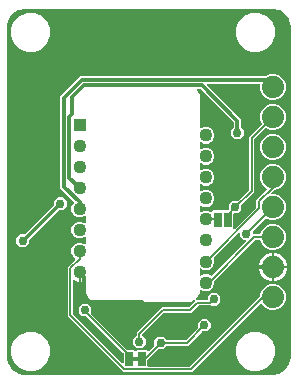
<source format=gbr>
From 7fb8215a1e2a72e235aa8f3d0580ebdae611a5b2 Mon Sep 17 00:00:00 2001
From: jaseg <git@jaseg.de>
Date: Sat, 21 Dec 2024 17:32:16 +0100
Subject: Add recent fusion-360 files as test resource

---
 .../tests/resources/fusion360/copper_bottom.gbr    | 1092 ++++++++++++++++++++
 1 file changed, 1092 insertions(+)
 create mode 100644 gerbonara/tests/resources/fusion360/copper_bottom.gbr

(limited to 'gerbonara/tests/resources/fusion360/copper_bottom.gbr')

diff --git a/gerbonara/tests/resources/fusion360/copper_bottom.gbr b/gerbonara/tests/resources/fusion360/copper_bottom.gbr
new file mode 100644
index 0000000..2231459
--- /dev/null
+++ b/gerbonara/tests/resources/fusion360/copper_bottom.gbr
@@ -0,0 +1,1092 @@
+G04 EAGLE Gerber RS-274X export*
+G75*
+%MOMM*%
+%FSLAX34Y34*%
+%LPD*%
+%INBottom Copper*%
+%IPPOS*%
+%AMOC8*
+5,1,8,0,0,1.08239X$1,22.5*%
+G01*
+G04 Define Apertures*
+%ADD10C,1.879600*%
+%ADD11R,1.108000X1.108000*%
+%ADD12C,1.108000*%
+%ADD13R,0.660400X1.270000*%
+%ADD14R,0.635000X1.270000*%
+%ADD15C,0.756400*%
+%ADD16C,0.304800*%
+%ADD17C,0.152400*%
+G36*
+X110149Y-154985D02*
+X110000Y-155000D01*
+X-100000Y-155000D01*
+X-100149Y-154985D01*
+X-105597Y-153902D01*
+X-105872Y-153788D01*
+X-110491Y-150701D01*
+X-110701Y-150491D01*
+X-113788Y-145872D01*
+X-113902Y-145597D01*
+X-114985Y-140149D01*
+X-115000Y-140000D01*
+X-115000Y140000D01*
+X-114985Y140149D01*
+X-113902Y145597D01*
+X-113788Y145872D01*
+X-110701Y150491D01*
+X-110491Y150701D01*
+X-105872Y153788D01*
+X-105597Y153902D01*
+X-100149Y154985D01*
+X-100000Y155000D01*
+X110000Y155000D01*
+X110149Y154985D01*
+X115597Y153902D01*
+X115872Y153788D01*
+X120491Y150701D01*
+X120701Y150491D01*
+X123788Y145872D01*
+X123902Y145597D01*
+X124985Y140149D01*
+X125000Y140000D01*
+X125000Y-140000D01*
+X124985Y-140149D01*
+X123902Y-145597D01*
+X123788Y-145872D01*
+X120701Y-150491D01*
+X120491Y-150701D01*
+X115872Y-153788D01*
+X115597Y-153902D01*
+X110149Y-154985D01*
+G37*
+%LPC*%
+G36*
+X91718Y118500D02*
+X98282Y118500D01*
+X104347Y121012D01*
+X108988Y125654D01*
+X111500Y131718D01*
+X111500Y138282D01*
+X108988Y144347D01*
+X104347Y148988D01*
+X98282Y151500D01*
+X91718Y151500D01*
+X85654Y148988D01*
+X81012Y144347D01*
+X78500Y138282D01*
+X78500Y131718D01*
+X81012Y125654D01*
+X85654Y121012D01*
+X91718Y118500D01*
+G37*
+G36*
+X-98282Y118500D02*
+X-91718Y118500D01*
+X-85654Y121012D01*
+X-81012Y125654D01*
+X-78500Y131718D01*
+X-78500Y138282D01*
+X-81012Y144347D01*
+X-85654Y148988D01*
+X-91718Y151500D01*
+X-98282Y151500D01*
+X-104347Y148988D01*
+X-108988Y144347D01*
+X-111500Y138282D01*
+X-111500Y131718D01*
+X-108988Y125654D01*
+X-104347Y121012D01*
+X-98282Y118500D01*
+G37*
+G36*
+X-16703Y-152572D02*
+X41661Y-152572D01*
+X99396Y-94837D01*
+X99621Y-94682D01*
+X99916Y-94614D01*
+X100215Y-94667D01*
+X100469Y-94833D01*
+X100639Y-95084D01*
+X100741Y-95331D01*
+X103813Y-98404D01*
+X107827Y-100066D01*
+X112173Y-100066D01*
+X116187Y-98404D01*
+X119259Y-95331D01*
+X120922Y-91317D01*
+X120922Y-86972D01*
+X119259Y-82958D01*
+X116187Y-79885D01*
+X112173Y-78222D01*
+X107827Y-78222D01*
+X103813Y-79885D01*
+X100741Y-82958D01*
+X99078Y-86972D01*
+X99078Y-88373D01*
+X99022Y-88659D01*
+X98855Y-88912D01*
+X39990Y-147777D01*
+X39749Y-147940D01*
+X39451Y-148000D01*
+X4495Y-148000D01*
+X4220Y-147949D01*
+X3965Y-147785D01*
+X3793Y-147535D01*
+X3733Y-147238D01*
+X3733Y-142816D01*
+X3789Y-142530D01*
+X3956Y-142277D01*
+X12704Y-133529D01*
+X12945Y-133366D01*
+X13243Y-133306D01*
+X17198Y-133306D01*
+X19995Y-130509D01*
+X20236Y-130346D01*
+X20533Y-130286D01*
+X37947Y-130286D01*
+X49704Y-118529D01*
+X49945Y-118366D01*
+X50243Y-118306D01*
+X54198Y-118306D01*
+X57306Y-115198D01*
+X57306Y-110802D01*
+X54198Y-107694D01*
+X49802Y-107694D01*
+X46694Y-110802D01*
+X46694Y-114757D01*
+X46638Y-115043D01*
+X46471Y-115296D01*
+X36276Y-125491D01*
+X36035Y-125654D01*
+X35737Y-125714D01*
+X20533Y-125714D01*
+X20247Y-125658D01*
+X19995Y-125491D01*
+X17198Y-122694D01*
+X12802Y-122694D01*
+X9694Y-125802D01*
+X9694Y-129757D01*
+X9638Y-130043D01*
+X9471Y-130296D01*
+X4955Y-134813D01*
+X4724Y-134971D01*
+X4428Y-135036D01*
+X4130Y-134980D01*
+X3877Y-134813D01*
+X2840Y-133776D01*
+X-5026Y-133776D01*
+X-5761Y-134511D01*
+X-5992Y-134669D01*
+X-6288Y-134734D01*
+X-6586Y-134678D01*
+X-6839Y-134511D01*
+X-7574Y-133776D01*
+X-12675Y-133776D01*
+X-12961Y-133720D01*
+X-13214Y-133553D01*
+X-43593Y-103174D01*
+X-43751Y-102944D01*
+X-43816Y-102648D01*
+X-43796Y-102539D01*
+X-43796Y-97904D01*
+X-46904Y-94796D01*
+X-51300Y-94796D01*
+X-54408Y-97904D01*
+X-54408Y-102300D01*
+X-51300Y-105408D01*
+X-48141Y-105408D01*
+X-47855Y-105463D01*
+X-47602Y-105631D01*
+X-16556Y-136677D01*
+X-16393Y-136918D01*
+X-16333Y-137216D01*
+X-16333Y-144636D01*
+X-16380Y-144900D01*
+X-16539Y-145158D01*
+X-16787Y-145333D01*
+X-17083Y-145398D01*
+X-17381Y-145343D01*
+X-17634Y-145175D01*
+X-58911Y-103898D01*
+X-59074Y-103657D01*
+X-59134Y-103359D01*
+X-59134Y-75549D01*
+X-59085Y-75280D01*
+X-58924Y-75024D01*
+X-58675Y-74850D01*
+X-58378Y-74787D01*
+X-58080Y-74845D01*
+X-55201Y-76038D01*
+X-54356Y-76038D01*
+X-54356Y-67196D01*
+X-52832Y-67196D01*
+X-52832Y-76038D01*
+X-51987Y-76038D01*
+X-49234Y-74898D01*
+X-48966Y-74840D01*
+X-48667Y-74891D01*
+X-48412Y-75054D01*
+X-48240Y-75304D01*
+X-48180Y-75602D01*
+X-48180Y-85759D01*
+X-45479Y-90437D01*
+X-40801Y-93138D01*
+X40547Y-93138D01*
+X42827Y-91822D01*
+X43171Y-91720D01*
+X43471Y-91767D01*
+X43729Y-91926D01*
+X43905Y-92173D01*
+X43970Y-92469D01*
+X43914Y-92768D01*
+X43747Y-93020D01*
+X39276Y-97491D01*
+X39035Y-97654D01*
+X38737Y-97714D01*
+X16053Y-97714D01*
+X-5286Y-119053D01*
+X-5286Y-121273D01*
+X-5342Y-121559D01*
+X-5509Y-121811D01*
+X-8306Y-124608D01*
+X-8306Y-129004D01*
+X-5198Y-132112D01*
+X-802Y-132112D01*
+X2306Y-129004D01*
+X2306Y-124608D01*
+X-491Y-121811D01*
+X-654Y-121570D01*
+X-714Y-121273D01*
+X-714Y-121263D01*
+X-658Y-120977D01*
+X-491Y-120724D01*
+X17724Y-102509D01*
+X17965Y-102346D01*
+X18263Y-102286D01*
+X40947Y-102286D01*
+X46824Y-96409D01*
+X47065Y-96246D01*
+X47363Y-96186D01*
+X57604Y-96186D01*
+X57890Y-96242D01*
+X57982Y-96302D01*
+X62432Y-96302D01*
+X65540Y-93194D01*
+X65540Y-88798D01*
+X62432Y-85690D01*
+X58036Y-85690D01*
+X54928Y-88798D01*
+X54928Y-90852D01*
+X54877Y-91127D01*
+X54713Y-91382D01*
+X54463Y-91554D01*
+X54166Y-91614D01*
+X45865Y-91614D01*
+X45506Y-91524D01*
+X45272Y-91330D01*
+X45133Y-91061D01*
+X45109Y-90759D01*
+X45206Y-90471D01*
+X47926Y-85759D01*
+X47926Y-83264D01*
+X47973Y-83000D01*
+X48132Y-82742D01*
+X48380Y-82567D01*
+X48676Y-82502D01*
+X48974Y-82557D01*
+X49227Y-82725D01*
+X49339Y-82837D01*
+X51935Y-83912D01*
+X54745Y-83912D01*
+X57341Y-82837D01*
+X59329Y-80849D01*
+X60404Y-78253D01*
+X60404Y-75733D01*
+X60460Y-75447D01*
+X60627Y-75194D01*
+X94968Y-40854D01*
+X95209Y-40691D01*
+X95507Y-40630D01*
+X98616Y-40630D01*
+X98896Y-40684D01*
+X99150Y-40849D01*
+X99320Y-41101D01*
+X100741Y-44531D01*
+X103813Y-47604D01*
+X107827Y-49266D01*
+X112173Y-49266D01*
+X116187Y-47604D01*
+X119259Y-44531D01*
+X120922Y-40517D01*
+X120922Y-36172D01*
+X119259Y-32158D01*
+X116187Y-29085D01*
+X112173Y-27422D01*
+X107827Y-27422D01*
+X103813Y-29085D01*
+X100741Y-32158D01*
+X99320Y-35588D01*
+X99163Y-35827D01*
+X98913Y-35998D01*
+X98616Y-36058D01*
+X93606Y-36058D01*
+X93331Y-36007D01*
+X93076Y-35844D01*
+X92904Y-35594D01*
+X92844Y-35296D01*
+X92844Y-33774D01*
+X92900Y-33488D01*
+X93067Y-33235D01*
+X103655Y-22647D01*
+X103891Y-22487D01*
+X104188Y-22424D01*
+X104485Y-22482D01*
+X107827Y-23866D01*
+X112173Y-23866D01*
+X116187Y-22204D01*
+X119259Y-19131D01*
+X120922Y-15117D01*
+X120922Y-10772D01*
+X119259Y-6758D01*
+X116187Y-3685D01*
+X112173Y-2022D01*
+X109471Y-2022D01*
+X109208Y-1975D01*
+X108949Y-1816D01*
+X108774Y-1569D01*
+X108709Y-1273D01*
+X108765Y-974D01*
+X108932Y-722D01*
+X110964Y1310D01*
+X111206Y1473D01*
+X111503Y1534D01*
+X112173Y1534D01*
+X116187Y3196D01*
+X119259Y6269D01*
+X120922Y10283D01*
+X120922Y14628D01*
+X119259Y18642D01*
+X116187Y21715D01*
+X112173Y23378D01*
+X107827Y23378D01*
+X103813Y21715D01*
+X100741Y18642D01*
+X99078Y14628D01*
+X99078Y10283D01*
+X100741Y6269D01*
+X103813Y3196D01*
+X104578Y2880D01*
+X104807Y2732D01*
+X104983Y2484D01*
+X105048Y2188D01*
+X104992Y1890D01*
+X104825Y1637D01*
+X96030Y-7158D01*
+X96030Y-12809D01*
+X95974Y-13095D01*
+X95807Y-13348D01*
+X77707Y-31448D01*
+X77487Y-31601D01*
+X77192Y-31671D01*
+X76893Y-31620D01*
+X76638Y-31457D01*
+X76466Y-31207D01*
+X76406Y-30909D01*
+X76406Y-19025D01*
+X76457Y-18750D01*
+X76621Y-18495D01*
+X76871Y-18323D01*
+X77168Y-18263D01*
+X80241Y-18263D01*
+X83349Y-15155D01*
+X83349Y-11200D01*
+X83405Y-10914D01*
+X83572Y-10661D01*
+X94286Y53D01*
+X94286Y43993D01*
+X94342Y44279D01*
+X94509Y44532D01*
+X103567Y53589D01*
+X103803Y53750D01*
+X104099Y53813D01*
+X104397Y53755D01*
+X107827Y52334D01*
+X112173Y52334D01*
+X116187Y53996D01*
+X119259Y57069D01*
+X120922Y61083D01*
+X120922Y65428D01*
+X119259Y69442D01*
+X116187Y72515D01*
+X112173Y74178D01*
+X107827Y74178D01*
+X103813Y72515D01*
+X100741Y69442D01*
+X99078Y65428D01*
+X99078Y61083D01*
+X100499Y57653D01*
+X100557Y57373D01*
+X100501Y57075D01*
+X100334Y56822D01*
+X89714Y46203D01*
+X89714Y2263D01*
+X89658Y1977D01*
+X89491Y1724D01*
+X80339Y-7428D01*
+X80098Y-7591D01*
+X79800Y-7651D01*
+X75845Y-7651D01*
+X72737Y-10759D01*
+X72737Y-14715D01*
+X72681Y-15001D01*
+X72514Y-15253D01*
+X72214Y-15553D01*
+X71973Y-15716D01*
+X71675Y-15776D01*
+X59773Y-15776D01*
+X58880Y-16669D01*
+X58880Y-17158D01*
+X58833Y-17422D01*
+X58674Y-17680D01*
+X58426Y-17855D01*
+X58130Y-17920D01*
+X57832Y-17865D01*
+X57579Y-17697D01*
+X57341Y-17459D01*
+X54745Y-16384D01*
+X51935Y-16384D01*
+X49339Y-17459D01*
+X49227Y-17571D01*
+X49007Y-17724D01*
+X48712Y-17794D01*
+X48413Y-17743D01*
+X48158Y-17580D01*
+X47986Y-17330D01*
+X47926Y-17032D01*
+X47926Y-12064D01*
+X47973Y-11800D01*
+X48132Y-11542D01*
+X48380Y-11367D01*
+X48676Y-11302D01*
+X48974Y-11357D01*
+X49227Y-11525D01*
+X49339Y-11637D01*
+X51935Y-12712D01*
+X54745Y-12712D01*
+X57341Y-11637D01*
+X59329Y-9649D01*
+X60404Y-7053D01*
+X60404Y-4243D01*
+X59329Y-1647D01*
+X57341Y341D01*
+X54745Y1416D01*
+X51935Y1416D01*
+X49339Y341D01*
+X49227Y229D01*
+X49007Y76D01*
+X48712Y6D01*
+X48413Y57D01*
+X48158Y220D01*
+X47986Y470D01*
+X47926Y768D01*
+X47926Y5736D01*
+X47973Y6000D01*
+X48132Y6258D01*
+X48380Y6433D01*
+X48676Y6498D01*
+X48974Y6443D01*
+X49227Y6275D01*
+X49339Y6163D01*
+X51935Y5088D01*
+X54745Y5088D01*
+X57341Y6163D01*
+X59329Y8151D01*
+X60404Y10747D01*
+X60404Y13557D01*
+X59329Y16153D01*
+X57341Y18141D01*
+X54745Y19216D01*
+X51935Y19216D01*
+X49339Y18141D01*
+X49227Y18029D01*
+X49007Y17876D01*
+X48712Y17806D01*
+X48413Y17857D01*
+X48158Y18020D01*
+X47986Y18270D01*
+X47926Y18568D01*
+X47926Y23536D01*
+X47973Y23800D01*
+X48132Y24058D01*
+X48380Y24233D01*
+X48676Y24298D01*
+X48974Y24243D01*
+X49227Y24075D01*
+X49339Y23963D01*
+X51935Y22888D01*
+X54745Y22888D01*
+X57341Y23963D01*
+X59329Y25951D01*
+X60404Y28547D01*
+X60404Y31357D01*
+X59329Y33953D01*
+X57341Y35941D01*
+X54745Y37016D01*
+X51935Y37016D01*
+X49339Y35941D01*
+X49227Y35829D01*
+X49007Y35676D01*
+X48712Y35606D01*
+X48413Y35657D01*
+X48158Y35820D01*
+X47986Y36070D01*
+X47926Y36368D01*
+X47926Y41336D01*
+X47973Y41600D01*
+X48132Y41858D01*
+X48380Y42033D01*
+X48676Y42098D01*
+X48974Y42043D01*
+X49227Y41875D01*
+X49339Y41763D01*
+X51935Y40688D01*
+X54745Y40688D01*
+X57341Y41763D01*
+X59329Y43751D01*
+X60404Y46347D01*
+X60404Y49157D01*
+X59329Y51753D01*
+X57341Y53741D01*
+X54745Y54816D01*
+X51935Y54816D01*
+X49339Y53741D01*
+X49227Y53629D01*
+X49007Y53476D01*
+X48712Y53406D01*
+X48413Y53457D01*
+X48158Y53620D01*
+X47986Y53870D01*
+X47926Y54168D01*
+X47926Y82203D01*
+X45844Y85809D01*
+X45742Y86166D01*
+X45793Y86465D01*
+X45957Y86720D01*
+X46207Y86892D01*
+X46504Y86952D01*
+X48422Y86952D01*
+X48708Y86896D01*
+X48961Y86729D01*
+X76729Y58961D01*
+X76892Y58719D01*
+X76952Y58422D01*
+X76952Y54771D01*
+X76896Y54485D01*
+X76729Y54233D01*
+X74694Y52198D01*
+X74694Y47802D01*
+X77802Y44694D01*
+X82198Y44694D01*
+X85306Y47802D01*
+X85306Y52198D01*
+X83271Y54233D01*
+X83108Y54474D01*
+X83048Y54771D01*
+X83048Y61263D01*
+X54087Y90223D01*
+X53934Y90443D01*
+X53865Y90738D01*
+X53915Y91037D01*
+X54079Y91292D01*
+X54329Y91464D01*
+X54626Y91524D01*
+X98316Y91524D01*
+X98591Y91473D01*
+X98846Y91309D01*
+X99018Y91059D01*
+X99078Y90762D01*
+X99078Y86483D01*
+X100741Y82469D01*
+X103813Y79396D01*
+X107827Y77734D01*
+X112173Y77734D01*
+X116187Y79396D01*
+X119259Y82469D01*
+X120922Y86483D01*
+X120922Y90828D01*
+X119259Y94842D01*
+X116187Y97915D01*
+X112173Y99578D01*
+X107827Y99578D01*
+X103813Y97915D01*
+X103742Y97843D01*
+X103500Y97680D01*
+X103203Y97620D01*
+X-53156Y97620D01*
+X-69802Y80974D01*
+X-69802Y2994D01*
+X-67793Y986D01*
+X-58456Y-8352D01*
+X-58298Y-8583D01*
+X-58233Y-8879D01*
+X-58288Y-9177D01*
+X-58456Y-9430D01*
+X-59583Y-10557D01*
+X-60658Y-13153D01*
+X-60658Y-15963D01*
+X-59583Y-18559D01*
+X-57595Y-20547D01*
+X-54999Y-21622D01*
+X-52189Y-21622D01*
+X-49593Y-20547D01*
+X-49481Y-20435D01*
+X-49261Y-20282D01*
+X-48966Y-20212D01*
+X-48667Y-20263D01*
+X-48412Y-20426D01*
+X-48240Y-20676D01*
+X-48180Y-20974D01*
+X-48180Y-25942D01*
+X-48227Y-26206D01*
+X-48386Y-26464D01*
+X-48634Y-26639D01*
+X-48930Y-26704D01*
+X-49228Y-26649D01*
+X-49481Y-26481D01*
+X-49593Y-26369D01*
+X-52189Y-25294D01*
+X-54999Y-25294D01*
+X-57595Y-26369D01*
+X-59583Y-28357D01*
+X-60658Y-30953D01*
+X-60658Y-33763D01*
+X-59583Y-36359D01*
+X-57595Y-38347D01*
+X-54999Y-39422D01*
+X-52189Y-39422D01*
+X-49593Y-38347D01*
+X-49481Y-38235D01*
+X-49261Y-38082D01*
+X-48966Y-38012D01*
+X-48667Y-38063D01*
+X-48412Y-38226D01*
+X-48240Y-38476D01*
+X-48180Y-38774D01*
+X-48180Y-43742D01*
+X-48227Y-44006D01*
+X-48386Y-44264D01*
+X-48634Y-44439D01*
+X-48930Y-44504D01*
+X-49228Y-44449D01*
+X-49481Y-44281D01*
+X-49593Y-44169D01*
+X-52189Y-43094D01*
+X-54999Y-43094D01*
+X-57595Y-44169D01*
+X-59583Y-46157D01*
+X-60658Y-48753D01*
+X-60658Y-51563D01*
+X-59583Y-54159D01*
+X-57595Y-56147D01*
+X-57580Y-56153D01*
+X-57350Y-56301D01*
+X-57175Y-56549D01*
+X-57109Y-56845D01*
+X-57165Y-57143D01*
+X-57333Y-57396D01*
+X-63706Y-63769D01*
+X-63706Y-105569D01*
+X-16703Y-152572D01*
+G37*
+G36*
+X107827Y26934D02*
+X112173Y26934D01*
+X116187Y28596D01*
+X119259Y31669D01*
+X120922Y35683D01*
+X120922Y40028D01*
+X119259Y44042D01*
+X116187Y47115D01*
+X112173Y48778D01*
+X107827Y48778D01*
+X103813Y47115D01*
+X100741Y44042D01*
+X99078Y40028D01*
+X99078Y35683D01*
+X100741Y31669D01*
+X103813Y28596D01*
+X107827Y26934D01*
+G37*
+G36*
+X-103953Y-46721D02*
+X-99558Y-46721D01*
+X-96449Y-43612D01*
+X-96449Y-41076D01*
+X-96394Y-40790D01*
+X-96226Y-40537D01*
+X-71219Y-15529D01*
+X-70977Y-15366D01*
+X-70680Y-15306D01*
+X-67802Y-15306D01*
+X-64694Y-12198D01*
+X-64694Y-7802D01*
+X-67802Y-4694D01*
+X-72198Y-4694D01*
+X-75306Y-7802D01*
+X-75306Y-10680D01*
+X-75362Y-10966D01*
+X-75529Y-11219D01*
+X-100196Y-35885D01*
+X-100438Y-36048D01*
+X-100735Y-36109D01*
+X-103953Y-36109D01*
+X-107061Y-39217D01*
+X-107061Y-43612D01*
+X-103953Y-46721D01*
+G37*
+G36*
+X110762Y-62982D02*
+X121938Y-62982D01*
+X121938Y-61370D01*
+X120121Y-56982D01*
+X116762Y-53624D01*
+X112375Y-51806D01*
+X110762Y-51806D01*
+X110762Y-62982D01*
+G37*
+G36*
+X98062Y-62982D02*
+X109238Y-62982D01*
+X109238Y-51806D01*
+X107625Y-51806D01*
+X103238Y-53624D01*
+X99879Y-56982D01*
+X98062Y-61370D01*
+X98062Y-62982D01*
+G37*
+G36*
+X110762Y-75682D02*
+X112375Y-75682D01*
+X116762Y-73865D01*
+X120121Y-70507D01*
+X121938Y-66119D01*
+X121938Y-64506D01*
+X110762Y-64506D01*
+X110762Y-75682D01*
+G37*
+G36*
+X107625Y-75682D02*
+X109238Y-75682D01*
+X109238Y-64506D01*
+X98062Y-64506D01*
+X98062Y-66119D01*
+X99879Y-70507D01*
+X103238Y-73865D01*
+X107625Y-75682D01*
+G37*
+G36*
+X-98282Y-151500D02*
+X-91718Y-151500D01*
+X-85654Y-148988D01*
+X-81012Y-144347D01*
+X-78500Y-138282D01*
+X-78500Y-131718D01*
+X-81012Y-125654D01*
+X-85654Y-121012D01*
+X-91718Y-118500D01*
+X-98282Y-118500D01*
+X-104347Y-121012D01*
+X-108988Y-125654D01*
+X-111500Y-131718D01*
+X-111500Y-138282D01*
+X-108988Y-144347D01*
+X-104347Y-148988D01*
+X-98282Y-151500D01*
+G37*
+G36*
+X91718Y-151500D02*
+X98282Y-151500D01*
+X104347Y-148988D01*
+X108988Y-144347D01*
+X111500Y-138282D01*
+X111500Y-131718D01*
+X108988Y-125654D01*
+X104347Y-121012D01*
+X98282Y-118500D01*
+X91718Y-118500D01*
+X85654Y-121012D01*
+X81012Y-125654D01*
+X78500Y-131718D01*
+X78500Y-138282D01*
+X81012Y-144347D01*
+X85654Y-148988D01*
+X91718Y-151500D01*
+G37*
+%LPD*%
+G36*
+X49007Y-71124D02*
+X48712Y-71194D01*
+X48413Y-71143D01*
+X48158Y-70980D01*
+X47986Y-70730D01*
+X47926Y-70432D01*
+X47926Y-65464D01*
+X47973Y-65200D01*
+X48132Y-64942D01*
+X48380Y-64767D01*
+X48676Y-64702D01*
+X48974Y-64757D01*
+X49227Y-64925D01*
+X49339Y-65037D01*
+X51935Y-66112D01*
+X54745Y-66112D01*
+X57341Y-65037D01*
+X59329Y-63049D01*
+X60404Y-60453D01*
+X60404Y-57643D01*
+X59888Y-56398D01*
+X59830Y-56118D01*
+X59886Y-55820D01*
+X60053Y-55567D01*
+X80931Y-34690D01*
+X81151Y-34537D01*
+X81446Y-34467D01*
+X81745Y-34518D01*
+X82000Y-34681D01*
+X82172Y-34931D01*
+X82232Y-35228D01*
+X82232Y-37667D01*
+X85340Y-40775D01*
+X86741Y-40775D01*
+X87004Y-40822D01*
+X87262Y-40981D01*
+X87438Y-41228D01*
+X87503Y-41525D01*
+X87447Y-41823D01*
+X87280Y-42076D01*
+X58458Y-70898D01*
+X58227Y-71056D01*
+X57931Y-71121D01*
+X57633Y-71065D01*
+X57380Y-70898D01*
+X57341Y-70859D01*
+X54745Y-69784D01*
+X51935Y-69784D01*
+X49339Y-70859D01*
+X49227Y-70971D01*
+X49007Y-71124D01*
+G37*
+G36*
+X-13349Y-140317D02*
+X-5983Y-140317D01*
+X-5983Y-142984D01*
+X-13349Y-142984D01*
+X-13349Y-140317D01*
+G37*
+G36*
+X-13349Y-140317D02*
+X-5983Y-140317D01*
+X-5983Y-142984D01*
+X-13349Y-142984D01*
+X-13349Y-140317D01*
+G37*
+G36*
+X-6618Y-140317D02*
+X749Y-140317D01*
+X749Y-142984D01*
+X-6618Y-142984D01*
+X-6618Y-140317D01*
+G37*
+G36*
+X-6618Y-140317D02*
+X749Y-140317D01*
+X749Y-142984D01*
+X-6618Y-142984D01*
+X-6618Y-140317D01*
+G37*
+D10*
+X110000Y88656D03*
+X110000Y63256D03*
+X110000Y37856D03*
+X110000Y12456D03*
+X110000Y-12944D03*
+X110000Y-38344D03*
+X110000Y-63744D03*
+X110000Y-89144D03*
+D11*
+X-53594Y56642D03*
+D12*
+X-53594Y38842D03*
+X-53594Y21042D03*
+X-53594Y3242D03*
+X-53594Y-14558D03*
+X-53594Y-32358D03*
+X-53594Y-50158D03*
+X-53594Y-67958D03*
+X53340Y47752D03*
+X53340Y29952D03*
+X53340Y12152D03*
+X53340Y-5648D03*
+X53340Y-23448D03*
+X53340Y-41248D03*
+X53340Y-59048D03*
+X53340Y-76848D03*
+D13*
+X-1093Y-141650D03*
+X-11507Y-141650D03*
+D14*
+X63579Y-23650D03*
+X71707Y-23650D03*
+D15*
+X5000Y-99000D03*
+D16*
+X-49704Y-71848D02*
+X-53594Y-67958D01*
+X-49704Y-71848D02*
+X-49704Y-90840D01*
+D15*
+X50000Y-100000D03*
+D16*
+X61825Y-99826D02*
+X97907Y-63744D01*
+X110000Y-63744D01*
+X-47273Y-93272D02*
+X-49704Y-90840D01*
+X-728Y-93272D02*
+X5000Y-99000D01*
+X-728Y-93272D02*
+X-47273Y-93272D01*
+X50000Y-100000D02*
+X50174Y-99826D01*
+X61825Y-99826D01*
+D15*
+X71000Y-50000D03*
+X74000Y-72000D03*
+X114000Y-116000D03*
+D16*
+X-70000Y-10000D02*
+X-100000Y-40000D01*
+D15*
+X-70000Y-10000D03*
+X-101755Y-41415D03*
+D16*
+X-100341Y-40000D01*
+X-100000Y-40000D01*
+X-60000Y65627D02*
+X-60000Y80000D01*
+X-60000Y65627D02*
+X-62182Y63445D01*
+X-62182Y11830D02*
+X-53594Y3242D01*
+X-62182Y11830D02*
+X-62182Y63445D01*
+X-60000Y80000D02*
+X-50000Y90000D01*
+X50000Y90000D01*
+X80000Y60000D01*
+X80000Y50000D01*
+D15*
+X80000Y50000D03*
+D16*
+X104084Y94572D02*
+X-51894Y94572D01*
+X-66754Y79712D02*
+X-66754Y4257D01*
+X-66754Y79712D02*
+X-51894Y94572D01*
+X104084Y94572D02*
+X110000Y88656D01*
+X-53594Y-8903D02*
+X-66754Y4257D01*
+X-53594Y-8903D02*
+X-53594Y-14558D01*
+D17*
+X-53594Y-50158D02*
+X-53594Y-56890D01*
+X-61420Y-64716D01*
+X-61420Y-104622D01*
+X101856Y-89144D02*
+X110000Y-89144D01*
+X-15756Y-150286D02*
+X-61420Y-104622D01*
+X40714Y-150286D02*
+X101856Y-89144D01*
+X40714Y-150286D02*
+X-15756Y-150286D01*
+X-11507Y-141650D02*
+X-1093Y-141650D01*
+X-11507Y-141650D02*
+X-11507Y-138493D01*
+D15*
+X15000Y-128000D03*
+D17*
+X1350Y-141650D01*
+X-1093Y-141650D01*
+D15*
+X52000Y-113000D03*
+X-49102Y-100102D03*
+D17*
+X-49102Y-100898D02*
+X-11507Y-138493D01*
+X-49102Y-100898D02*
+X-49102Y-100102D01*
+X92000Y45256D02*
+X110000Y63256D01*
+X92000Y45256D02*
+X92000Y1000D01*
+D15*
+X78043Y-12957D03*
+D17*
+X92000Y1000D01*
+X52000Y-113000D02*
+X37000Y-128000D01*
+X15000Y-128000D01*
+X71707Y-23650D02*
+X71707Y-19293D01*
+X78043Y-12957D01*
+D15*
+X-3000Y-126806D03*
+D17*
+X54378Y-42286D02*
+X53340Y-41248D01*
+X60115Y-90877D02*
+X57093Y-93900D01*
+X-3000Y-120000D02*
+X-3000Y-126806D01*
+D15*
+X60234Y-90996D03*
+D17*
+X60115Y-90877D01*
+X17000Y-100000D02*
+X-3000Y-120000D01*
+X17000Y-100000D02*
+X40000Y-100000D01*
+X46100Y-93900D01*
+X57093Y-93900D01*
+X110000Y3579D02*
+X110000Y12456D01*
+X110000Y3579D02*
+X98316Y-8105D01*
+X98316Y-14072D01*
+X53340Y-59048D01*
+X55740Y-76848D02*
+X94244Y-38344D01*
+X55740Y-76848D02*
+X53340Y-76848D01*
+X94244Y-38344D02*
+X110000Y-38344D01*
+X110000Y-13069D02*
+X110000Y-12944D01*
+D15*
+X87538Y-35469D03*
+D17*
+X87601Y-35469D02*
+X110000Y-13069D01*
+X87601Y-35469D02*
+X87538Y-35469D01*
+X63377Y-23448D02*
+X53340Y-23448D01*
+X63377Y-23448D02*
+X63579Y-23650D01*
+M02*
-- 
cgit 


</source>
